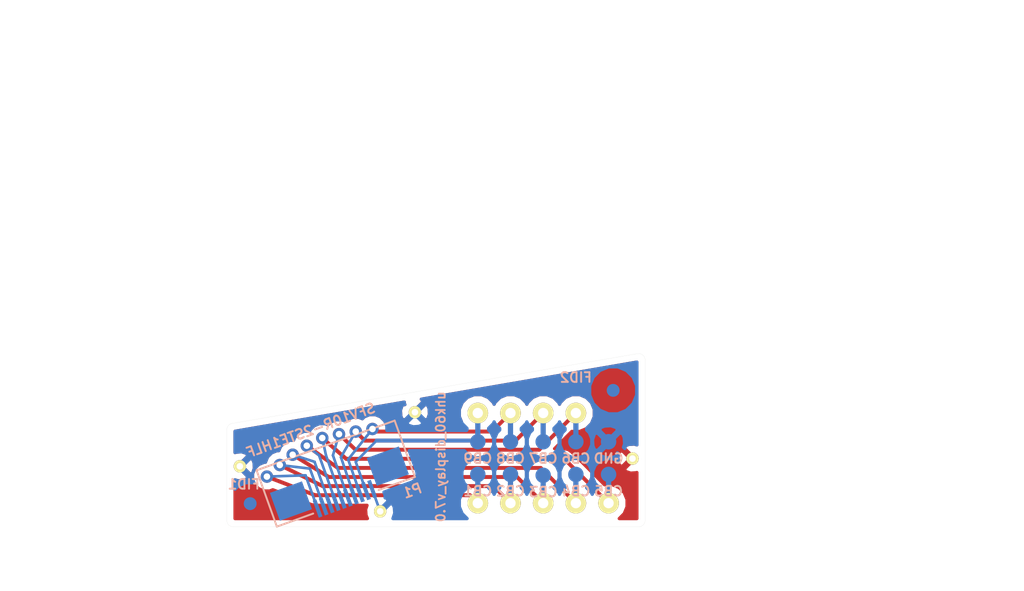
<source format=kicad_pcb>
(kicad_pcb (version 20160815) (host pcbnew no-vcs-found-undefined)

  (general
    (links 23)
    (no_connects 0)
    (area 103.225 68.195 184.016483 114.075001)
    (thickness 1.6002)
    (drawings 13)
    (tracks 63)
    (zones 0)
    (modules 18)
    (nets 11)
  )

  (page A4)
  (title_block
    (title "Ultimate Hacking Keyboard - LED Display Board")
    (rev 7.0)
    (company "Ultimate Gadget Laboratories Kft.")
  )

  (layers
    (0 Front signal)
    (31 Back signal)
    (36 B.SilkS user)
    (37 F.SilkS user)
    (38 B.Mask user)
    (39 F.Mask user)
    (41 Cmts.User user)
    (42 Eco1.User user)
    (43 Eco2.User user)
    (44 Edge.Cuts user)
  )

  (setup
    (last_trace_width 0.2032)
    (user_trace_width 0.2032)
    (user_trace_width 0.3048)
    (user_trace_width 0.4064)
    (trace_clearance 0.2032)
    (zone_clearance 0.508)
    (zone_45_only no)
    (trace_min 0.2032)
    (segment_width 0.15)
    (edge_width 0.01)
    (via_size 0.9652)
    (via_drill 0.508)
    (via_min_size 0.9652)
    (via_min_drill 0.508)
    (user_via 0.9652 0.508)
    (uvia_size 0.6096)
    (uvia_drill 0.29972)
    (uvias_allowed no)
    (uvia_min_size 0.6096)
    (uvia_min_drill 0.127)
    (pcb_text_width 0.3048)
    (pcb_text_size 1.524 2.032)
    (mod_edge_width 0.381)
    (mod_text_size 1.524 1.524)
    (mod_text_width 0.3048)
    (pad_size 1 1)
    (pad_drill 0)
    (pad_to_mask_clearance 0)
    (aux_axis_origin 121.875 109.075)
    (grid_origin 121.875 109.075)
    (visible_elements FFFFFF7F)
    (pcbplotparams
      (layerselection 0x012f0_ffffffff)
      (usegerberextensions true)
      (usegerberattributes true)
      (usegerberadvancedattributes true)
      (excludeedgelayer true)
      (linewidth 0.150000)
      (plotframeref false)
      (viasonmask false)
      (mode 1)
      (useauxorigin false)
      (hpglpennumber 1)
      (hpglpenspeed 20)
      (hpglpendiameter 15)
      (psnegative false)
      (psa4output false)
      (plotreference true)
      (plotvalue true)
      (plotinvisibletext false)
      (padsonsilk false)
      (subtractmaskfromsilk true)
      (outputformat 1)
      (mirror false)
      (drillshape 0)
      (scaleselection 1)
      (outputdirectory ../gerbers/display))
  )

  (net 0 "")
  (net 1 GND)
  (net 2 /CB6)
  (net 3 /CB7)
  (net 4 /CB8)
  (net 5 /CB9)
  (net 6 /CB5)
  (net 7 /CB4)
  (net 8 /CB3)
  (net 9 /CB2)
  (net 10 /CB1)

  (net_class Default "This is the default net class."
    (clearance 0.2032)
    (trace_width 0.2032)
    (via_dia 0.9652)
    (via_drill 0.508)
    (uvia_dia 0.6096)
    (uvia_drill 0.29972)
    (diff_pair_gap 0.2032)
    (diff_pair_width 0.2032)
    (add_net /CB1)
    (add_net /CB2)
    (add_net /CB3)
    (add_net /CB4)
    (add_net /CB5)
    (add_net /CB6)
    (add_net /CB7)
    (add_net /CB8)
    (add_net /CB9)
    (add_net GND)
  )

  (module UGL:via_20_38mil (layer Front) (tedit 583DD202) (tstamp 577C1BDA)
    (at 153.375 103.775)
    (attr virtual)
    (fp_text reference via (at 0 -0.9) (layer F.SilkS) hide
      (effects (font (size 0.375 0.375) (thickness 0.075)))
    )
    (fp_text value 20/38mil (at 0 0.95) (layer F.SilkS) hide
      (effects (font (size 0.375 0.375) (thickness 0.075)))
    )
    (pad "" thru_hole circle (at 0 0) (size 0.9652 0.9652) (drill 0.508) (layers *.Cu *.Mask F.SilkS)
      (net 1 GND) (solder_mask_margin -1))
  )

  (module UGL:via_20_38mil (layer Front) (tedit 583DD1EC) (tstamp 5410FCD7)
    (at 122.875 104.375)
    (attr virtual)
    (fp_text reference via (at 0 -0.9) (layer F.SilkS) hide
      (effects (font (size 0.375 0.375) (thickness 0.075)))
    )
    (fp_text value 20/38mil (at 0 0.95) (layer F.SilkS) hide
      (effects (font (size 0.375 0.375) (thickness 0.075)))
    )
    (pad "" thru_hole circle (at 0 0) (size 0.9652 0.9652) (drill 0.508) (layers *.Cu *.Mask F.SilkS)
      (net 1 GND) (solder_mask_margin -1))
  )

  (module UGL:via_20_38mil (layer Front) (tedit 583DD1FD) (tstamp 53F8F5DD)
    (at 136.475 100.175)
    (attr virtual)
    (fp_text reference via (at 0 -0.9) (layer F.SilkS) hide
      (effects (font (size 0.375 0.375) (thickness 0.075)))
    )
    (fp_text value 20/38mil (at 0 0.95) (layer F.SilkS) hide
      (effects (font (size 0.375 0.375) (thickness 0.075)))
    )
    (pad "" thru_hole circle (at 0 0) (size 0.9652 0.9652) (drill 0.508) (layers *.Cu *.Mask F.SilkS)
      (net 1 GND) (solder_mask_margin -1))
  )

  (module UGL:via_20_38mil (layer Front) (tedit 583DD1F7) (tstamp 53F8F5CF)
    (at 133.775 107.875)
    (attr virtual)
    (fp_text reference via (at 0 -0.9) (layer F.SilkS) hide
      (effects (font (size 0.375 0.375) (thickness 0.075)))
    )
    (fp_text value 20/38mil (at 0 0.95) (layer F.SilkS) hide
      (effects (font (size 0.375 0.375) (thickness 0.075)))
    )
    (pad "" thru_hole circle (at 0 0) (size 0.9652 0.9652) (drill 0.508) (layers *.Cu *.Mask F.SilkS)
      (net 1 GND) (solder_mask_margin -1))
  )

  (module UGL:UHK_LED_display locked (layer Front) (tedit 5818991E) (tstamp 53D853EC)
    (at 146.018261 103.73643)
    (path /53C24053)
    (fp_text reference P2 (at 24.13 -2.54) (layer F.SilkS) hide
      (effects (font (size 1.5 1.5) (thickness 0.3)))
    )
    (fp_text value CONN_9 (at 24.13 1.27) (layer F.SilkS) hide
      (effects (font (size 1.5 1.5) (thickness 0.3)))
    )
    (fp_circle (center 5.5 3.5) (end 7.5 3.5) (layer Eco1.User) (width 0.01))
    (fp_circle (center 2.96 3.5) (end 4.96 3.5) (layer Eco1.User) (width 0.01))
    (fp_circle (center 0.42 3.5) (end 2.42 3.5) (layer Eco1.User) (width 0.01))
    (fp_circle (center -2.12 3.5) (end -4.12 3.5) (layer Eco1.User) (width 0.01))
    (fp_circle (center -4.66 3.5) (end -2.66 3.5) (layer Eco1.User) (width 0.01))
    (fp_circle (center 2.96 -3.5) (end 4.96 -3.5) (layer Eco1.User) (width 0.01))
    (fp_circle (center 0.42 -3.5) (end 2.42 -3.5) (layer Eco1.User) (width 0.01))
    (fp_circle (center -2.12 -3.5) (end -4.12 -3.5) (layer Eco1.User) (width 0.01))
    (fp_circle (center -4.66 -3.5) (end -2.66 -3.5) (layer Eco1.User) (width 0.01))
    (fp_line (start 34.866338 -11.972218) (end 37.737554 4.453907) (layer Eco1.User) (width 0.1))
    (fp_line (start 37.245021 5.04) (end -9.66 5.04) (layer Eco1.User) (width 0.1))
    (fp_line (start -10.16 4.54) (end -10.16 -4.30556) (layer Eco1.User) (width 0.1))
    (fp_line (start -9.744829 -4.798312) (end 34.288977 -12.378877) (layer Eco1.User) (width 0.1))
    (fp_arc (start 34.373806 -11.886125) (end 34.866338 -11.972218) (angle -89.8) (layer Eco1.User) (width 0.1))
    (fp_arc (start 37.245021 4.54) (end 37.245021 5.04) (angle -99.9) (layer Eco1.User) (width 0.1))
    (fp_arc (start -9.66 4.54) (end -10.16 4.54) (angle -90) (layer Eco1.User) (width 0.1))
    (fp_arc (start -9.66 -4.30556) (end -9.744829 -4.798312) (angle -80.2) (layer Eco1.User) (width 0.1))
    (fp_line (start 35.34 5.04) (end 35.34 6.34) (layer Eco1.User) (width 0.1))
    (fp_line (start 33.34 6.34) (end 33.34 5.04) (layer Eco1.User) (width 0.1))
    (fp_line (start 35.34 6.34) (end 33.34 6.34) (layer Eco1.User) (width 0.1))
    (fp_line (start -4.66 5.04) (end -4.66 6.34) (layer Eco1.User) (width 0.1))
    (fp_line (start -6.66 6.34) (end -6.66 5.04) (layer Eco1.User) (width 0.1))
    (fp_line (start -4.66 6.34) (end -6.66 6.34) (layer Eco1.User) (width 0.1))
    (fp_line (start -6.620401 -7.162671) (end -6.315017 -5.388765) (layer Eco1.User) (width 0.1))
    (fp_line (start -8.591407 -6.823356) (end -6.620401 -7.162671) (layer Eco1.User) (width 0.1))
    (fp_line (start -8.286023 -5.04945) (end -8.591407 -6.823356) (layer Eco1.User) (width 0.1))
    (fp_line (start 15.34 5.04) (end 15.34 6.34) (layer Eco1.User) (width 0.1))
    (fp_line (start 13.34 6.34) (end 13.34 5.04) (layer Eco1.User) (width 0.1))
    (fp_line (start 15.34 6.34) (end 13.34 6.34) (layer Eco1.User) (width 0.1))
    (fp_line (start 32.799722 -13.948975) (end 33.105106 -12.175069) (layer Eco1.User) (width 0.1))
    (fp_line (start 30.828716 -13.60966) (end 32.799722 -13.948975) (layer Eco1.User) (width 0.1))
    (fp_line (start 31.1341 -11.835754) (end 30.828716 -13.60966) (layer Eco1.User) (width 0.1))
    (fp_line (start 13.089661 -10.555823) (end 13.395044 -8.781917) (layer Eco1.User) (width 0.1))
    (fp_line (start 11.118655 -10.216508) (end 13.089661 -10.555823) (layer Eco1.User) (width 0.1))
    (fp_line (start 11.424038 -8.442602) (end 11.118655 -10.216508) (layer Eco1.User) (width 0.1))
    (pad 1 thru_hole circle (at -4.66 3.5) (size 1.6 1.6) (drill 0.8) (layers *.Cu *.Mask F.SilkS)
      (net 10 /CB1))
    (pad 2 thru_hole circle (at -2.12 3.5) (size 1.6 1.6) (drill 0.8) (layers *.Cu *.Mask F.SilkS)
      (net 9 /CB2))
    (pad 3 thru_hole circle (at 0.42 3.5) (size 1.6 1.6) (drill 0.8) (layers *.Cu *.Mask F.SilkS)
      (net 8 /CB3))
    (pad 4 thru_hole circle (at 2.96 3.5) (size 1.6 1.6) (drill 0.8) (layers *.Cu *.Mask F.SilkS)
      (net 7 /CB4))
    (pad 5 thru_hole circle (at 5.5 3.5) (size 1.6 1.6) (drill 0.8) (layers *.Cu *.Mask F.SilkS)
      (net 6 /CB5))
    (pad 6 thru_hole circle (at 2.96 -3.5) (size 1.6 1.6) (drill 0.8) (layers *.Cu *.Mask F.SilkS)
      (net 2 /CB6))
    (pad 7 thru_hole circle (at 0.42 -3.5) (size 1.6 1.6) (drill 0.8) (layers *.Cu *.Mask F.SilkS)
      (net 3 /CB7))
    (pad 8 thru_hole circle (at -2.12 -3.5) (size 1.6 1.6) (drill 0.8) (layers *.Cu *.Mask F.SilkS)
      (net 4 /CB8))
    (pad 9 thru_hole circle (at -4.66 -3.5) (size 1.6 1.6) (drill 0.8) (layers *.Cu *.Mask F.SilkS)
      (net 5 /CB9))
  )

  (module UGL:FFC_Connector_SFV10R-2STE1HLF (layer Back) (tedit 5817A02E) (tstamp 53D6B996)
    (at 129.570258 102.849433 19.8)
    (path /5758FEC2)
    (attr smd)
    (fp_text reference P1 (at 5.147993 5.4942 19.8) (layer B.SilkS)
      (effects (font (size 0.75 0.75) (thickness 0.15)) (justify mirror))
    )
    (fp_text value SFV10R-2STE1HLF (at -0.683488 -1.600581 19.8) (layer B.SilkS)
      (effects (font (size 0.75 0.75) (thickness 0.15)) (justify mirror))
    )
    (fp_line (start -5.7 -0.1) (end 5.7 -0.1) (layer B.SilkS) (width 0.15))
    (fp_line (start -5.7 4.55) (end -2.7 4.55) (layer B.SilkS) (width 0.15))
    (fp_line (start -5.7 4.55) (end -5.7 -0.1) (layer B.SilkS) (width 0.15))
    (fp_line (start 5.7 4.55) (end 5.7 -0.1) (layer B.SilkS) (width 0.15))
    (fp_line (start 2.7 4.55) (end 5.7 4.55) (layer B.SilkS) (width 0.15))
    (pad "" smd rect (at 4 3.05 19.8) (size 2.65 2.3) (layers Back B.Mask))
    (pad "" smd rect (at -4 3.05 19.8) (size 2.65 2.3) (layers Back B.Mask))
    (pad 1 smd rect (at -2.25 4.3 19.8) (size 0.3 1.4) (layers Back B.Mask)
      (net 10 /CB1) (clearance 0.1778))
    (pad 10 smd rect (at 2.25 4.3 19.8) (size 0.3 1.4) (layers Back B.Mask)
      (net 1 GND) (clearance 0.1778))
    (pad 9 smd rect (at 1.75 4.3 19.8) (size 0.3 1.4) (layers Back B.Mask)
      (net 5 /CB9) (clearance 0.1778))
    (pad 8 smd rect (at 1.25 4.3 19.8) (size 0.3 1.4) (layers Back B.Mask)
      (net 4 /CB8) (clearance 0.1778))
    (pad 7 smd rect (at 0.750001 4.300001 19.8) (size 0.3 1.4) (layers Back B.Mask)
      (net 3 /CB7) (clearance 0.1778))
    (pad 6 smd rect (at 0.25 4.3 19.8) (size 0.3 1.4) (layers Back B.Mask)
      (net 2 /CB6) (clearance 0.1778))
    (pad 5 smd rect (at -0.25 4.3 19.8) (size 0.3 1.4) (layers Back B.Mask)
      (net 6 /CB5) (clearance 0.1778))
    (pad 4 smd rect (at -0.750001 4.3 19.8) (size 0.3 1.4) (layers Back B.Mask)
      (net 7 /CB4) (clearance 0.1778))
    (pad 3 smd rect (at -1.25 4.3 19.8) (size 0.3 1.4) (layers Back B.Mask)
      (net 8 /CB3) (clearance 0.1778))
    (pad 2 smd rect (at -1.75 4.3 19.8) (size 0.3 1.4) (layers Back B.Mask)
      (net 9 /CB2) (clearance 0.1778))
  )

  (module UGL:Test_Point (layer Back) (tedit 58398319) (tstamp 58226BFC)
    (at 141.358261 105.00643 180)
    (descr FID)
    (tags FIDUCIAL)
    (path /583582CE)
    (attr virtual)
    (fp_text reference TP_CB1 (at 0 1.3 180) (layer B.SilkS) hide
      (effects (font (size 0.75 0.75) (thickness 0.15)) (justify mirror))
    )
    (fp_text value CB1 (at 0 -1.3 180) (layer B.SilkS)
      (effects (font (size 0.75 0.75) (thickness 0.15)) (justify mirror))
    )
    (pad 1 smd circle (at 0 0 180) (size 1.2 1.2) (layers Back B.Mask)
      (net 10 /CB1))
  )

  (module UGL:Test_Point (layer Back) (tedit 58398319) (tstamp 58226C01)
    (at 143.898261 105.00643 180)
    (descr FID)
    (tags FIDUCIAL)
    (path /583585D9)
    (attr virtual)
    (fp_text reference TP_CB2 (at 0 1.3 180) (layer B.SilkS) hide
      (effects (font (size 0.75 0.75) (thickness 0.15)) (justify mirror))
    )
    (fp_text value CB2 (at 0 -1.3 180) (layer B.SilkS)
      (effects (font (size 0.75 0.75) (thickness 0.15)) (justify mirror))
    )
    (pad 1 smd circle (at 0 0 180) (size 1.2 1.2) (layers Back B.Mask)
      (net 9 /CB2))
  )

  (module UGL:Test_Point (layer Back) (tedit 58398319) (tstamp 58226C06)
    (at 146.438261 105.075 180)
    (descr FID)
    (tags FIDUCIAL)
    (path /58358610)
    (attr virtual)
    (fp_text reference TP_CB3 (at 0 1.3 180) (layer B.SilkS) hide
      (effects (font (size 0.75 0.75) (thickness 0.15)) (justify mirror))
    )
    (fp_text value CB3 (at 0 -1.3 180) (layer B.SilkS)
      (effects (font (size 0.75 0.75) (thickness 0.15)) (justify mirror))
    )
    (pad 1 smd circle (at 0 0 180) (size 1.2 1.2) (layers Back B.Mask)
      (net 8 /CB3))
  )

  (module UGL:Test_Point (layer Back) (tedit 58398319) (tstamp 58226C0B)
    (at 148.978261 105.00643 180)
    (descr FID)
    (tags FIDUCIAL)
    (path /58358617)
    (attr virtual)
    (fp_text reference TP_CB4 (at 0 1.3 180) (layer B.SilkS) hide
      (effects (font (size 0.75 0.75) (thickness 0.15)) (justify mirror))
    )
    (fp_text value CB4 (at 0 -1.3 180) (layer B.SilkS)
      (effects (font (size 0.75 0.75) (thickness 0.15)) (justify mirror))
    )
    (pad 1 smd circle (at 0 0 180) (size 1.2 1.2) (layers Back B.Mask)
      (net 7 /CB4))
  )

  (module UGL:Test_Point (layer Back) (tedit 58398319) (tstamp 58226C10)
    (at 151.518261 105.00643 180)
    (descr FID)
    (tags FIDUCIAL)
    (path /5835885C)
    (attr virtual)
    (fp_text reference TP_CB5 (at 0 1.3 180) (layer B.SilkS) hide
      (effects (font (size 0.75 0.75) (thickness 0.15)) (justify mirror))
    )
    (fp_text value CB5 (at 0 -1.3 180) (layer B.SilkS)
      (effects (font (size 0.75 0.75) (thickness 0.15)) (justify mirror))
    )
    (pad 1 smd circle (at 0 0 180) (size 1.2 1.2) (layers Back B.Mask)
      (net 6 /CB5))
  )

  (module UGL:Test_Point (layer Back) (tedit 58398319) (tstamp 58226C15)
    (at 148.978261 102.46643 180)
    (descr FID)
    (tags FIDUCIAL)
    (path /58358863)
    (attr virtual)
    (fp_text reference TP_CB6 (at 0 1.3 180) (layer B.SilkS) hide
      (effects (font (size 0.75 0.75) (thickness 0.15)) (justify mirror))
    )
    (fp_text value CB6 (at 0 -1.3 180) (layer B.SilkS)
      (effects (font (size 0.75 0.75) (thickness 0.15)) (justify mirror))
    )
    (pad 1 smd circle (at 0 0 180) (size 1.2 1.2) (layers Back B.Mask)
      (net 2 /CB6))
  )

  (module UGL:Test_Point (layer Back) (tedit 58398319) (tstamp 58226C1A)
    (at 146.438261 102.46643 180)
    (descr FID)
    (tags FIDUCIAL)
    (path /5835886A)
    (attr virtual)
    (fp_text reference TP_CB7 (at 0 1.3 180) (layer B.SilkS) hide
      (effects (font (size 0.75 0.75) (thickness 0.15)) (justify mirror))
    )
    (fp_text value CB7 (at 0 -1.3 180) (layer B.SilkS)
      (effects (font (size 0.75 0.75) (thickness 0.15)) (justify mirror))
    )
    (pad 1 smd circle (at 0 0 180) (size 1.2 1.2) (layers Back B.Mask)
      (net 3 /CB7))
  )

  (module UGL:Test_Point (layer Back) (tedit 58398319) (tstamp 58226C1F)
    (at 143.898261 102.46643 180)
    (descr FID)
    (tags FIDUCIAL)
    (path /58358871)
    (attr virtual)
    (fp_text reference TP_CB8 (at 0 1.3 180) (layer B.SilkS) hide
      (effects (font (size 0.75 0.75) (thickness 0.15)) (justify mirror))
    )
    (fp_text value CB8 (at 0 -1.3 180) (layer B.SilkS)
      (effects (font (size 0.75 0.75) (thickness 0.15)) (justify mirror))
    )
    (pad 1 smd circle (at 0 0 180) (size 1.2 1.2) (layers Back B.Mask)
      (net 4 /CB8))
  )

  (module UGL:Test_Point (layer Back) (tedit 58398319) (tstamp 58226C24)
    (at 141.358261 102.46643 180)
    (descr FID)
    (tags FIDUCIAL)
    (path /58358AD8)
    (attr virtual)
    (fp_text reference TP_CB9 (at 0 1.3 180) (layer B.SilkS) hide
      (effects (font (size 0.75 0.75) (thickness 0.15)) (justify mirror))
    )
    (fp_text value CB9 (at 0 -1.3 180) (layer B.SilkS)
      (effects (font (size 0.75 0.75) (thickness 0.15)) (justify mirror))
    )
    (pad 1 smd circle (at 0 0 180) (size 1.2 1.2) (layers Back B.Mask)
      (net 5 /CB9))
  )

  (module UGL:Test_Point (layer Back) (tedit 58398319) (tstamp 58226C29)
    (at 151.518261 102.46643 180)
    (descr FID)
    (tags FIDUCIAL)
    (path /58358ADF)
    (attr virtual)
    (fp_text reference TP_GND1 (at 0 1.3 180) (layer B.SilkS) hide
      (effects (font (size 0.75 0.75) (thickness 0.15)) (justify mirror))
    )
    (fp_text value GND (at 0 -1.3 180) (layer B.SilkS)
      (effects (font (size 0.75 0.75) (thickness 0.15)) (justify mirror))
    )
    (pad 1 smd circle (at 0 0 180) (size 1.2 1.2) (layers Back B.Mask)
      (net 1 GND))
  )

  (module Input_Club:FID (layer Back) (tedit 5822700A) (tstamp 57897031)
    (at 151.875 98.475)
    (descr FID)
    (tags FIDUCIAL)
    (attr smd)
    (fp_text reference FID2 (at -2.9 -1) (layer B.SilkS)
      (effects (font (size 0.75 0.75) (thickness 0.15)) (justify mirror))
    )
    (fp_text value FIDUCIAL (at 0 2.1) (layer B.Fab) hide
      (effects (font (size 1 1) (thickness 0.2)) (justify mirror))
    )
    (pad "" smd circle (at 0 0) (size 1 1) (layers Back B.Mask)
      (solder_mask_margin 1) (clearance 1.2))
  )

  (module Input_Club:FID (layer Back) (tedit 583DEF01) (tstamp 5789703A)
    (at 123.675 107.275)
    (descr FID)
    (tags FIDUCIAL)
    (attr smd)
    (fp_text reference FID1 (at -0.5 -1.5) (layer B.SilkS)
      (effects (font (size 0.75 0.75) (thickness 0.15)) (justify mirror))
    )
    (fp_text value FIDUCIAL (at 0 2.1) (layer B.Fab) hide
      (effects (font (size 1 1) (thickness 0.2)) (justify mirror))
    )
    (pad "" smd circle (at 0 0) (size 1 1) (layers Back B.Mask)
      (solder_mask_margin 0.7) (clearance 0.9))
  )

  (gr_line (start 122.273429 101.044232) (end 153.773429 95.621403) (angle 90) (layer Edge.Cuts) (width 0.01))
  (gr_text "0.53 in" (at 113.775 102.175 90) (layer Cmts.User)
    (effects (font (size 1.5 1.5) (thickness 0.3)))
  )
  (dimension 13.46454 (width 0.3) (layer Cmts.User)
    (gr_text "13.465 mm" (at 109.875 102.275 90) (layer Cmts.User) (tstamp 583DDBB3)
      (effects (font (size 1.5 1.5) (thickness 0.3)))
    )
    (feature1 (pts (xy 153.86884 95.613) (xy 108.62382 95.613)))
    (feature2 (pts (xy 153.86884 109.07754) (xy 108.62382 109.07754)))
    (crossbar (pts (xy 111.87502 109.07754) (xy 111.87502 95.613)))
    (arrow1a (pts (xy 111.87502 95.613) (xy 112.461441 96.739504)))
    (arrow1b (pts (xy 111.87502 95.613) (xy 111.288599 96.739504)))
    (arrow2a (pts (xy 111.87502 109.07754) (xy 112.461441 107.951036)))
    (arrow2b (pts (xy 111.87502 109.07754) (xy 111.288599 107.951036)))
  )
  (dimension 32.4993 (width 0.3) (layer Cmts.User)
    (gr_text "32.5 mm = 1.279528 in" (at 138.10941 84.4497) (layer Cmts.User) (tstamp 583DDBB4)
      (effects (font (size 1.5 1.5) (thickness 0.3)))
    )
    (feature1 (pts (xy 154.35906 101.52612) (xy 154.35906 82.8241)))
    (feature2 (pts (xy 121.85976 101.52612) (xy 121.85976 82.8241)))
    (crossbar (pts (xy 121.85976 86.0753) (xy 154.35906 86.0753)))
    (arrow1a (pts (xy 154.35906 86.0753) (xy 153.232556 86.661721)))
    (arrow1b (pts (xy 154.35906 86.0753) (xy 153.232556 85.488879)))
    (arrow2a (pts (xy 121.85976 86.0753) (xy 122.986264 86.661721)))
    (arrow2b (pts (xy 121.85976 86.0753) (xy 122.986264 85.488879)))
  )
  (gr_text uhk60_display_v7.0 (at 138.475 98.475 90) (layer B.SilkS) (tstamp 528901BF)
    (effects (font (size 0.7 0.7) (thickness 0.14)) (justify left mirror))
  )
  (gr_text "design is 8mil-8mil-22mil trace-clearance-minimum_drill\n1.55mm board thickness\nblack solder mask\nwhite silk screen" (at 108.975 73.175) (layer Cmts.User)
    (effects (font (size 1.5 1.5) (thickness 0.3)) (justify left))
  )
  (gr_arc (start 153.858261 108.576419) (end 153.858258 109.076433) (angle -90.01245862) (layer Edge.Cuts) (width 0.01))
  (gr_arc (start 153.858266 96.114147) (end 154.358258 96.114154) (angle -99.77167471) (layer Edge.Cuts) (width 0.01))
  (gr_arc (start 122.358261 108.576419) (end 121.858258 108.576433) (angle -89.98330767) (layer Edge.Cuts) (width 0.01))
  (gr_arc (start 122.358254 101.536978) (end 122.273429 101.044232) (angle -80.23300846) (layer Edge.Cuts) (width 0.01))
  (gr_line (start 154.358258 96.114154) (end 154.358258 108.576433) (angle 90) (layer Edge.Cuts) (width 0.01))
  (gr_line (start 121.858258 108.576433) (end 121.858258 101.536983) (angle 90) (layer Edge.Cuts) (width 0.01))
  (gr_line (start 153.858258 109.076433) (end 122.358258 109.076433) (angle 90) (layer Edge.Cuts) (width 0.01))

  (segment (start 133.775 107.875) (end 133.143813 106.13306) (width 0.2032) (layer Back) (net 1) (tstamp 5817A0B2))
  (segment (start 148.978261 100.23643) (end 148.978261 102.46643) (width 0.4064) (layer Back) (net 2))
  (segment (start 130.575 101.875) (end 130.105 103.525) (width 0.2032) (layer Back) (net 2) (tstamp 58179B64))
  (segment (start 146.126887 103.087804) (end 131.858612 103.087804) (width 0.3048) (layer Front) (net 2) (tstamp 5817939B))
  (segment (start 131.858612 103.087804) (end 130.575 101.875) (width 0.3048) (layer Front) (net 2) (tstamp 581793A1))
  (via (at 130.575 101.875) (size 0.9652) (drill 0.508) (layers Front Back) (net 2))
  (segment (start 148.978261 100.23643) (end 146.126887 103.087804) (width 0.3048) (layer Front) (net 2))
  (segment (start 130.105 103.525) (end 131.262051 106.810536) (width 0.2032) (layer Back) (net 2) (tstamp 58179B65))
  (segment (start 146.438261 100.23643) (end 146.438261 102.46643) (width 0.4064) (layer Back) (net 3))
  (segment (start 131.875 101.675) (end 130.725 103.665) (width 0.2032) (layer Back) (net 3) (tstamp 58179B68))
  (segment (start 144.293289 102.381402) (end 132.581402 102.381402) (width 0.3048) (layer Front) (net 3) (tstamp 58179369))
  (segment (start 132.581402 102.381402) (end 131.875 101.675) (width 0.3048) (layer Front) (net 3) (tstamp 58179377))
  (via (at 131.875 101.675) (size 0.9652) (drill 0.508) (layers Front Back) (net 3))
  (segment (start 146.438261 100.23643) (end 144.293289 102.381402) (width 0.3048) (layer Front) (net 3))
  (segment (start 130.725 103.665) (end 131.732493 106.641167) (width 0.2032) (layer Back) (net 3) (tstamp 58179B69))
  (segment (start 143.898261 100.23643) (end 143.898261 102.46643) (width 0.4064) (layer Back) (net 4))
  (segment (start 133.375 101.675) (end 133.175 101.475) (width 0.3048) (layer Front) (net 4) (tstamp 58179F5F))
  (segment (start 142.459691 101.675) (end 133.375 101.675) (width 0.3048) (layer Front) (net 4) (tstamp 58179F5B))
  (segment (start 143.898261 100.23643) (end 142.459691 101.675) (width 0.3048) (layer Front) (net 4))
  (segment (start 133.175 101.475) (end 131.285 103.845) (width 0.2032) (layer Back) (net 4) (tstamp 58179B6D))
  (segment (start 133.175 101.475) (end 133.175 101.475) (width 0.3048) (layer Front) (net 4) (tstamp 5817935F))
  (via (at 133.175 101.475) (size 0.9652) (drill 0.508) (layers Front Back) (net 4))
  (segment (start 131.285 103.845) (end 132.202932 106.471798) (width 0.2032) (layer Back) (net 4) (tstamp 58179B6E))
  (segment (start 141.266831 102.375) (end 133.493868 102.375) (width 0.3048) (layer Back) (net 5))
  (segment (start 133.493868 102.375) (end 131.875 104.025) (width 0.2032) (layer Back) (net 5) (tstamp 58179B72))
  (segment (start 131.875 104.025) (end 132.673372 106.302429) (width 0.2032) (layer Back) (net 5) (tstamp 58179B73))
  (segment (start 141.266831 102.375) (end 141.358261 102.46643) (width 0.3048) (layer Back) (net 5) (tstamp 5822719C))
  (segment (start 141.358261 100.23643) (end 141.358261 102.46643) (width 0.4064) (layer Back) (net 5))
  (segment (start 151.518261 107.23643) (end 151.518261 105.00643) (width 0.4064) (layer Back) (net 6))
  (segment (start 129.275 102.175) (end 129.565 103.525) (width 0.2032) (layer Back) (net 6) (tstamp 58179BAC))
  (segment (start 151.518261 107.23643) (end 148.076037 103.794206) (width 0.3048) (layer Front) (net 6))
  (via (at 129.275 102.175) (size 0.9652) (drill 0.508) (layers Front Back) (net 6))
  (segment (start 131.134777 103.794206) (end 129.275 102.175) (width 0.3048) (layer Front) (net 6) (tstamp 58179415))
  (segment (start 148.076037 103.794206) (end 131.134777 103.794206) (width 0.3048) (layer Front) (net 6) (tstamp 58179410))
  (segment (start 129.565 103.525) (end 130.791611 106.979905) (width 0.2032) (layer Back) (net 6) (tstamp 58179BAD))
  (segment (start 148.978261 107.23643) (end 148.978261 105.00643) (width 0.4064) (layer Back) (net 7))
  (segment (start 128.075 102.775) (end 129.025 103.525) (width 0.2032) (layer Back) (net 7) (tstamp 58179B5D))
  (segment (start 146.242439 104.500608) (end 130.482125 104.500608) (width 0.3048) (layer Front) (net 7) (tstamp 5817941A))
  (segment (start 130.482125 104.500608) (end 128.075 102.775) (width 0.3048) (layer Front) (net 7) (tstamp 5817941C))
  (via (at 128.075 102.775) (size 0.9652) (drill 0.508) (layers Front Back) (net 7))
  (segment (start 148.978261 107.23643) (end 146.242439 104.500608) (width 0.3048) (layer Front) (net 7))
  (segment (start 129.025 103.525) (end 130.32117 107.149274) (width 0.2032) (layer Back) (net 7) (tstamp 58179B5E))
  (segment (start 146.438261 107.23643) (end 146.438261 105.075) (width 0.4064) (layer Back) (net 8))
  (segment (start 126.975 103.475) (end 128.675 104.025) (width 0.2032) (layer Back) (net 8) (tstamp 58179B58))
  (segment (start 144.408841 105.20701) (end 129.782787 105.20701) (width 0.3048) (layer Front) (net 8) (tstamp 58179428))
  (segment (start 129.782787 105.20701) (end 126.975 103.475) (width 0.3048) (layer Front) (net 8) (tstamp 5817942C))
  (via (at 126.975 103.475) (size 0.9652) (drill 0.508) (layers Front Back) (net 8))
  (segment (start 146.438261 107.23643) (end 144.408841 105.20701) (width 0.3048) (layer Front) (net 8))
  (segment (start 128.675 104.025) (end 129.85073 107.318643) (width 0.2032) (layer Back) (net 8) (tstamp 58179B59))
  (segment (start 143.898261 107.23643) (end 143.898261 105.00643) (width 0.4064) (layer Back) (net 9))
  (segment (start 125.975 104.275) (end 128.315 104.555) (width 0.2032) (layer Back) (net 9) (tstamp 58179B53))
  (segment (start 142.575243 105.913412) (end 129.309869 105.913412) (width 0.3048) (layer Front) (net 9) (tstamp 58179435))
  (segment (start 129.309869 105.913412) (end 125.975 104.275) (width 0.3048) (layer Front) (net 9) (tstamp 58179438))
  (via (at 125.975 104.275) (size 0.9652) (drill 0.508) (layers Front Back) (net 9))
  (segment (start 143.898261 107.23643) (end 142.575243 105.913412) (width 0.3048) (layer Front) (net 9))
  (segment (start 128.315 104.555) (end 129.38029 107.488012) (width 0.2032) (layer Back) (net 9) (tstamp 58179B54))
  (segment (start 141.358261 107.23643) (end 141.358261 105.00643) (width 0.4064) (layer Back) (net 10))
  (segment (start 127.975 105.075) (end 128.909849 107.657381) (width 0.2032) (layer Back) (net 10) (tstamp 58179BEC))
  (segment (start 127.975 105.075) (end 124.975 105.175) (width 0.2032) (layer Back) (net 10) (tstamp 58179BEA))
  (segment (start 140.741645 106.619814) (end 141.358261 107.23643) (width 0.3048) (layer Front) (net 10))
  (via (at 124.975 105.175) (size 0.9652) (drill 0.508) (layers Front Back) (net 10))
  (segment (start 128.719814 106.619814) (end 124.975 105.175) (width 0.3048) (layer Front) (net 10) (tstamp 58179441))
  (segment (start 140.741645 106.619814) (end 128.719814 106.619814) (width 0.3048) (layer Front) (net 10) (tstamp 5817943E))

  (zone (net 1) (net_name GND) (layer Back) (tstamp 57897108) (hatch edge 0.508)
    (connect_pads (clearance 0.508))
    (min_thickness 0.254)
    (fill yes (arc_segments 16) (thermal_gap 0.508) (thermal_bridge_width 0.508))
    (polygon
      (pts
        (xy 158.875 114.075) (xy 116.875 114.075) (xy 116.875 91.075) (xy 158.875 91.075)
      )
    )
    (filled_polygon
      (pts
        (xy 153.718258 102.711381) (xy 153.515862 102.644245) (xy 153.072418 102.676413) (xy 152.812139 102.784224) (xy 152.77715 102.997542)
        (xy 152.676295 102.896687) (xy 152.766068 102.635394) (xy 152.735743 102.145017) (xy 152.606425 101.832813) (xy 152.380996 101.7833)
        (xy 151.697866 102.46643) (xy 151.712009 102.480573) (xy 151.532404 102.660178) (xy 151.518261 102.646035) (xy 150.835131 103.329165)
        (xy 150.884644 103.554594) (xy 151.349297 103.714237) (xy 151.839674 103.683912) (xy 152.151878 103.554594) (xy 152.20139 103.329167)
        (xy 152.309534 103.437311) (xy 152.244245 103.634138) (xy 152.271739 104.013144) (xy 152.218746 103.960059) (xy 151.764995 103.771645)
        (xy 151.273682 103.771216) (xy 150.819604 103.958838) (xy 150.47189 104.305945) (xy 150.283476 104.759696) (xy 150.283047 105.251009)
        (xy 150.470669 105.705087) (xy 150.680061 105.914845) (xy 150.680061 106.045541) (xy 150.302437 106.422507) (xy 150.248399 106.552645)
        (xy 150.195504 106.42463) (xy 149.816461 106.044925) (xy 149.816461 105.914723) (xy 150.024632 105.706915) (xy 150.213046 105.253164)
        (xy 150.213475 104.761851) (xy 150.025853 104.307773) (xy 149.678746 103.960059) (xy 149.224995 103.771645) (xy 148.733682 103.771216)
        (xy 148.279604 103.958838) (xy 147.93189 104.305945) (xy 147.743476 104.759696) (xy 147.743047 105.251009) (xy 147.930669 105.705087)
        (xy 148.140061 105.914845) (xy 148.140061 106.045541) (xy 147.762437 106.422507) (xy 147.708399 106.552645) (xy 147.655504 106.42463)
        (xy 147.276461 106.044925) (xy 147.276461 105.983293) (xy 147.484632 105.775485) (xy 147.673046 105.321734) (xy 147.673475 104.830421)
        (xy 147.485853 104.376343) (xy 147.138746 104.028629) (xy 146.684995 103.840215) (xy 146.193682 103.839786) (xy 145.739604 104.027408)
        (xy 145.39189 104.374515) (xy 145.203476 104.828266) (xy 145.203047 105.319579) (xy 145.390669 105.773657) (xy 145.600061 105.983415)
        (xy 145.600061 106.045541) (xy 145.222437 106.422507) (xy 145.168399 106.552645) (xy 145.115504 106.42463) (xy 144.736461 106.044925)
        (xy 144.736461 105.914723) (xy 144.944632 105.706915) (xy 145.133046 105.253164) (xy 145.133475 104.761851) (xy 144.945853 104.307773)
        (xy 144.598746 103.960059) (xy 144.144995 103.771645) (xy 143.653682 103.771216) (xy 143.199604 103.958838) (xy 142.85189 104.305945)
        (xy 142.663476 104.759696) (xy 142.663047 105.251009) (xy 142.850669 105.705087) (xy 143.060061 105.914845) (xy 143.060061 106.045541)
        (xy 142.682437 106.422507) (xy 142.628399 106.552645) (xy 142.575504 106.42463) (xy 142.196461 106.044925) (xy 142.196461 105.914723)
        (xy 142.404632 105.706915) (xy 142.593046 105.253164) (xy 142.593475 104.761851) (xy 142.405853 104.307773) (xy 142.058746 103.960059)
        (xy 141.604995 103.771645) (xy 141.113682 103.771216) (xy 140.659604 103.958838) (xy 140.31189 104.305945) (xy 140.123476 104.759696)
        (xy 140.123047 105.251009) (xy 140.310669 105.705087) (xy 140.520061 105.914845) (xy 140.520061 106.045541) (xy 140.142437 106.422507)
        (xy 139.923511 106.949739) (xy 139.923013 107.520617) (xy 140.141018 108.04823) (xy 140.528545 108.436433) (xy 134.76625 108.436433)
        (xy 134.905755 108.015862) (xy 134.873587 107.572418) (xy 134.765776 107.312139) (xy 134.552455 107.27715) (xy 133.954605 107.875)
        (xy 133.968748 107.889143) (xy 133.789143 108.068748) (xy 133.775 108.054605) (xy 133.760858 108.068748) (xy 133.581253 107.889143)
        (xy 133.595395 107.875) (xy 133.581253 107.860858) (xy 133.760858 107.681253) (xy 133.775 107.695395) (xy 134.37285 107.097545)
        (xy 134.337861 106.884224) (xy 134.153885 106.823198) (xy 134.162307 106.64461) (xy 134.076735 106.406926) (xy 134.067843 106.382228)
        (xy 136.222461 105.606517) (xy 136.438883 105.47622) (xy 136.588969 105.273019) (xy 136.649869 105.027851) (xy 136.612312 104.77804)
        (xy 136.030645 103.1624) (xy 140.309559 103.1624) (xy 140.310669 103.165087) (xy 140.657776 103.512801) (xy 141.111527 103.701215)
        (xy 141.60284 103.701644) (xy 142.056918 103.514022) (xy 142.404632 103.166915) (xy 142.593046 102.713164) (xy 142.593475 102.221851)
        (xy 142.405853 101.767773) (xy 142.196461 101.558015) (xy 142.196461 101.427319) (xy 142.574085 101.050353) (xy 142.628123 100.920215)
        (xy 142.681018 101.04823) (xy 143.060061 101.427935) (xy 143.060061 101.558137) (xy 142.85189 101.765945) (xy 142.663476 102.219696)
        (xy 142.663047 102.711009) (xy 142.850669 103.165087) (xy 143.197776 103.512801) (xy 143.651527 103.701215) (xy 144.14284 103.701644)
        (xy 144.596918 103.514022) (xy 144.944632 103.166915) (xy 145.133046 102.713164) (xy 145.133475 102.221851) (xy 144.945853 101.767773)
        (xy 144.736461 101.558015) (xy 144.736461 101.427319) (xy 145.114085 101.050353) (xy 145.168123 100.920215) (xy 145.221018 101.04823)
        (xy 145.600061 101.427935) (xy 145.600061 101.558137) (xy 145.39189 101.765945) (xy 145.203476 102.219696) (xy 145.203047 102.711009)
        (xy 145.390669 103.165087) (xy 145.737776 103.512801) (xy 146.191527 103.701215) (xy 146.68284 103.701644) (xy 147.136918 103.514022)
        (xy 147.484632 103.166915) (xy 147.673046 102.713164) (xy 147.673475 102.221851) (xy 147.485853 101.767773) (xy 147.276461 101.558015)
        (xy 147.276461 101.427319) (xy 147.654085 101.050353) (xy 147.708123 100.920215) (xy 147.761018 101.04823) (xy 148.140061 101.427935)
        (xy 148.140061 101.558137) (xy 147.93189 101.765945) (xy 147.743476 102.219696) (xy 147.743047 102.711009) (xy 147.930669 103.165087)
        (xy 148.277776 103.512801) (xy 148.731527 103.701215) (xy 149.22284 103.701644) (xy 149.676918 103.514022) (xy 150.024632 103.166915)
        (xy 150.213046 102.713164) (xy 150.213408 102.297466) (xy 150.270454 102.297466) (xy 150.300779 102.787843) (xy 150.430097 103.100047)
        (xy 150.655526 103.14956) (xy 151.338656 102.46643) (xy 150.655526 101.7833) (xy 150.430097 101.832813) (xy 150.270454 102.297466)
        (xy 150.213408 102.297466) (xy 150.213475 102.221851) (xy 150.025853 101.767773) (xy 149.862062 101.603695) (xy 150.835131 101.603695)
        (xy 151.518261 102.286825) (xy 152.201391 101.603695) (xy 152.151878 101.378266) (xy 151.687225 101.218623) (xy 151.196848 101.248948)
        (xy 150.884644 101.378266) (xy 150.835131 101.603695) (xy 149.862062 101.603695) (xy 149.816461 101.558015) (xy 149.816461 101.427319)
        (xy 150.194085 101.050353) (xy 150.413011 100.523121) (xy 150.413509 99.952243) (xy 150.195504 99.42463) (xy 149.792184 99.020606)
        (xy 149.264952 98.80168) (xy 148.694074 98.801182) (xy 148.166461 99.019187) (xy 147.762437 99.422507) (xy 147.708399 99.552645)
        (xy 147.655504 99.42463) (xy 147.252184 99.020606) (xy 146.724952 98.80168) (xy 146.154074 98.801182) (xy 145.626461 99.019187)
        (xy 145.222437 99.422507) (xy 145.168399 99.552645) (xy 145.115504 99.42463) (xy 144.712184 99.020606) (xy 144.184952 98.80168)
        (xy 143.614074 98.801182) (xy 143.086461 99.019187) (xy 142.682437 99.422507) (xy 142.628399 99.552645) (xy 142.575504 99.42463)
        (xy 142.172184 99.020606) (xy 141.644952 98.80168) (xy 141.074074 98.801182) (xy 140.546461 99.019187) (xy 140.142437 99.422507)
        (xy 139.923511 99.949739) (xy 139.923013 100.520617) (xy 140.141018 101.04823) (xy 140.520061 101.427935) (xy 140.520061 101.558137)
        (xy 140.490547 101.5876) (xy 134.292502 101.5876) (xy 134.292793 101.253671) (xy 134.168334 100.952455) (xy 135.87715 100.952455)
        (xy 135.912139 101.165776) (xy 136.334138 101.305755) (xy 136.777582 101.273587) (xy 137.037861 101.165776) (xy 137.07285 100.952455)
        (xy 136.475 100.354605) (xy 135.87715 100.952455) (xy 134.168334 100.952455) (xy 134.123008 100.842758) (xy 133.808896 100.528097)
        (xy 133.39828 100.357594) (xy 132.953671 100.357207) (xy 132.542758 100.526992) (xy 132.390535 100.678949) (xy 132.09828 100.557594)
        (xy 131.653671 100.557207) (xy 131.242758 100.726992) (xy 131.090535 100.878949) (xy 130.79828 100.757594) (xy 130.353671 100.757207)
        (xy 129.942758 100.926992) (xy 129.719788 101.149573) (xy 129.49828 101.057594) (xy 129.053671 101.057207) (xy 128.642758 101.226992)
        (xy 128.328097 101.541104) (xy 128.279733 101.657578) (xy 127.853671 101.657207) (xy 127.442758 101.826992) (xy 127.128097 102.141104)
        (xy 127.03826 102.357455) (xy 126.753671 102.357207) (xy 126.342758 102.526992) (xy 126.028097 102.841104) (xy 125.896788 103.157332)
        (xy 125.753671 103.157207) (xy 125.342758 103.326992) (xy 125.028097 103.641104) (xy 124.857594 104.05172) (xy 124.857589 104.057297)
        (xy 124.753671 104.057207) (xy 124.342758 104.226992) (xy 124.028097 104.541104) (xy 123.875414 104.908804) (xy 124.005755 104.515862)
        (xy 123.973587 104.072418) (xy 123.865776 103.812139) (xy 123.652455 103.77715) (xy 123.054605 104.375) (xy 123.652455 104.97285)
        (xy 123.863171 104.938288) (xy 123.857594 104.95172) (xy 123.857207 105.396329) (xy 123.961298 105.648249) (xy 123.352789 105.647718)
        (xy 122.754582 105.894892) (xy 122.498258 106.150769) (xy 122.498258 105.427513) (xy 122.734138 105.505755) (xy 123.177582 105.473587)
        (xy 123.437861 105.365776) (xy 123.47285 105.152455) (xy 122.875 104.554605) (xy 122.860858 104.568748) (xy 122.681253 104.389143)
        (xy 122.695395 104.375) (xy 122.681253 104.360858) (xy 122.860858 104.181253) (xy 122.875 104.195395) (xy 123.47285 103.597545)
        (xy 123.437861 103.384224) (xy 123.015862 103.244245) (xy 122.572418 103.276413) (xy 122.498258 103.307131) (xy 122.498258 101.654942)
        (xy 135.651454 99.390576) (xy 135.581211 99.460819) (xy 135.697542 99.57715) (xy 135.484224 99.612139) (xy 135.344245 100.034138)
        (xy 135.376413 100.477582) (xy 135.484224 100.737861) (xy 135.697545 100.77285) (xy 136.295395 100.175) (xy 136.654605 100.175)
        (xy 137.252455 100.77285) (xy 137.465776 100.737861) (xy 137.605755 100.315862) (xy 137.573587 99.872418) (xy 137.465776 99.612139)
        (xy 137.252455 99.57715) (xy 136.654605 100.175) (xy 136.295395 100.175) (xy 136.281253 100.160858) (xy 136.460858 99.981253)
        (xy 136.475 99.995395) (xy 137.07285 99.397545) (xy 137.037861 99.184224) (xy 136.97371 99.162945) (xy 151.462391 96.66867)
        (xy 150.84144 96.925242) (xy 150.327048 97.438736) (xy 150.048318 98.109993) (xy 150.047684 98.836818) (xy 150.325242 99.50856)
        (xy 150.838736 100.022952) (xy 151.509993 100.301682) (xy 152.236818 100.302316) (xy 152.90856 100.024758) (xy 153.422952 99.511264)
        (xy 153.701682 98.840007) (xy 153.702316 98.113182) (xy 153.424758 97.44144) (xy 152.911264 96.927048) (xy 152.240007 96.648318)
        (xy 151.583938 96.647746) (xy 153.718258 96.280315)
      )
    )
    (filled_polygon
      (pts
        (xy 153.568748 103.760858) (xy 153.554605 103.775) (xy 153.568748 103.789143) (xy 153.389143 103.968748) (xy 153.375 103.954605)
        (xy 153.360858 103.968748) (xy 153.181253 103.789143) (xy 153.195395 103.775) (xy 153.181253 103.760858) (xy 153.360858 103.581253)
        (xy 153.375 103.595395) (xy 153.389143 103.581253)
      )
    )
  )
  (zone (net 1) (net_name GND) (layer Front) (tstamp 5789710F) (hatch edge 0.508)
    (connect_pads (clearance 0.508))
    (min_thickness 0.254)
    (fill yes (arc_segments 16) (thermal_gap 0.508) (thermal_bridge_width 0.508))
    (polygon
      (pts
        (xy 158.875 114.075) (xy 116.875 114.075) (xy 116.875 96.075) (xy 121.875 96.075) (xy 121.875 91.075)
        (xy 158.875 91.075)
      )
    )
    (filled_polygon
      (pts
        (xy 153.718258 102.711381) (xy 153.515862 102.644245) (xy 153.072418 102.676413) (xy 152.812139 102.784224) (xy 152.77715 102.997545)
        (xy 153.375 103.595395) (xy 153.389143 103.581253) (xy 153.568748 103.760858) (xy 153.554605 103.775) (xy 153.568748 103.789143)
        (xy 153.389143 103.968748) (xy 153.375 103.954605) (xy 152.77715 104.552455) (xy 152.812139 104.765776) (xy 153.234138 104.905755)
        (xy 153.677582 104.873587) (xy 153.718258 104.856738) (xy 153.718258 108.436433) (xy 152.347331 108.436433) (xy 152.734085 108.050353)
        (xy 152.953011 107.523121) (xy 152.953509 106.952243) (xy 152.735504 106.42463) (xy 152.332184 106.020606) (xy 151.804952 105.80168)
        (xy 151.234074 105.801182) (xy 151.207532 105.812149) (xy 149.029521 103.634138) (xy 152.244245 103.634138) (xy 152.276413 104.077582)
        (xy 152.384224 104.337861) (xy 152.597545 104.37285) (xy 153.195395 103.775) (xy 152.597545 103.17715) (xy 152.384224 103.212139)
        (xy 152.244245 103.634138) (xy 149.029521 103.634138) (xy 148.632813 103.23743) (xy 148.377362 103.066743) (xy 148.076037 103.006806)
        (xy 147.321437 103.006806) (xy 148.667188 101.661055) (xy 148.69157 101.67118) (xy 149.262448 101.671678) (xy 149.790061 101.453673)
        (xy 150.194085 101.050353) (xy 150.413011 100.523121) (xy 150.413509 99.952243) (xy 150.195504 99.42463) (xy 149.792184 99.020606)
        (xy 149.264952 98.80168) (xy 148.694074 98.801182) (xy 148.166461 99.019187) (xy 147.762437 99.422507) (xy 147.708399 99.552645)
        (xy 147.655504 99.42463) (xy 147.252184 99.020606) (xy 146.724952 98.80168) (xy 146.154074 98.801182) (xy 145.626461 99.019187)
        (xy 145.222437 99.422507) (xy 145.168399 99.552645) (xy 145.115504 99.42463) (xy 144.712184 99.020606) (xy 144.184952 98.80168)
        (xy 143.614074 98.801182) (xy 143.086461 99.019187) (xy 142.682437 99.422507) (xy 142.628399 99.552645) (xy 142.575504 99.42463)
        (xy 142.172184 99.020606) (xy 141.644952 98.80168) (xy 141.074074 98.801182) (xy 140.546461 99.019187) (xy 140.142437 99.422507)
        (xy 139.923511 99.949739) (xy 139.923013 100.520617) (xy 140.074647 100.8876) (xy 137.367208 100.8876) (xy 137.252458 100.77285)
        (xy 137.465776 100.737861) (xy 137.605755 100.315862) (xy 137.573587 99.872418) (xy 137.465776 99.612139) (xy 137.252455 99.57715)
        (xy 136.654605 100.175) (xy 136.668748 100.189143) (xy 136.489143 100.368748) (xy 136.475 100.354605) (xy 136.460858 100.368748)
        (xy 136.281253 100.189143) (xy 136.295395 100.175) (xy 136.281253 100.160858) (xy 136.460858 99.981253) (xy 136.475 99.995395)
        (xy 137.07285 99.397545) (xy 137.037861 99.184224) (xy 136.97371 99.162945) (xy 153.718258 96.280315)
      )
    )
    (filled_polygon
      (pts
        (xy 135.581211 99.460819) (xy 135.697542 99.57715) (xy 135.484224 99.612139) (xy 135.344245 100.034138) (xy 135.376413 100.477582)
        (xy 135.484224 100.737861) (xy 135.697542 100.77285) (xy 135.582792 100.8876) (xy 134.141536 100.8876) (xy 134.123008 100.842758)
        (xy 133.808896 100.528097) (xy 133.39828 100.357594) (xy 132.953671 100.357207) (xy 132.542758 100.526992) (xy 132.390535 100.678949)
        (xy 132.09828 100.557594) (xy 131.653671 100.557207) (xy 131.242758 100.726992) (xy 131.090535 100.878949) (xy 130.79828 100.757594)
        (xy 130.353671 100.757207) (xy 129.942758 100.926992) (xy 129.719788 101.149573) (xy 129.49828 101.057594) (xy 129.053671 101.057207)
        (xy 128.642758 101.226992) (xy 128.328097 101.541104) (xy 128.279733 101.657578) (xy 127.853671 101.657207) (xy 127.442758 101.826992)
        (xy 127.128097 102.141104) (xy 127.03826 102.357455) (xy 126.753671 102.357207) (xy 126.342758 102.526992) (xy 126.028097 102.841104)
        (xy 125.896788 103.157332) (xy 125.753671 103.157207) (xy 125.342758 103.326992) (xy 125.028097 103.641104) (xy 124.857594 104.05172)
        (xy 124.857589 104.057297) (xy 124.753671 104.057207) (xy 124.342758 104.226992) (xy 124.028097 104.541104) (xy 123.875414 104.908804)
        (xy 124.005755 104.515862) (xy 123.973587 104.072418) (xy 123.865776 103.812139) (xy 123.652455 103.77715) (xy 123.054605 104.375)
        (xy 123.652455 104.97285) (xy 123.863171 104.938288) (xy 123.857594 104.95172) (xy 123.857207 105.396329) (xy 124.026992 105.807242)
        (xy 124.341104 106.121903) (xy 124.75172 106.292406) (xy 125.196329 106.292793) (xy 125.432158 106.195351) (xy 128.436385 107.354434)
        (xy 128.578412 107.379087) (xy 128.719814 107.407214) (xy 132.752687 107.407214) (xy 132.644245 107.734138) (xy 132.676413 108.177582)
        (xy 132.783633 108.436433) (xy 122.498258 108.436433) (xy 122.498258 105.427513) (xy 122.734138 105.505755) (xy 123.177582 105.473587)
        (xy 123.437861 105.365776) (xy 123.47285 105.152455) (xy 122.875 104.554605) (xy 122.860858 104.568748) (xy 122.681253 104.389143)
        (xy 122.695395 104.375) (xy 122.681253 104.360858) (xy 122.860858 104.181253) (xy 122.875 104.195395) (xy 123.47285 103.597545)
        (xy 123.437861 103.384224) (xy 123.015862 103.244245) (xy 122.572418 103.276413) (xy 122.498258 103.307131) (xy 122.498258 101.654942)
        (xy 135.651454 99.390576)
      )
    )
    (filled_polygon
      (pts
        (xy 133.968748 107.860858) (xy 133.954605 107.875) (xy 133.968748 107.889143) (xy 133.789143 108.068748) (xy 133.775 108.054605)
        (xy 133.760858 108.068748) (xy 133.581253 107.889143) (xy 133.595395 107.875) (xy 133.581253 107.860858) (xy 133.760858 107.681253)
        (xy 133.775 107.695395) (xy 133.789143 107.681253)
      )
    )
  )
)

</source>
